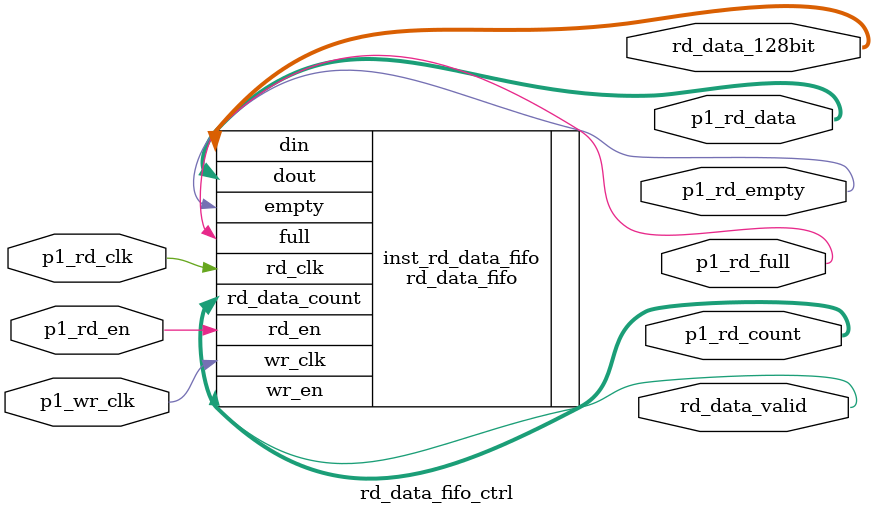
<source format=v>
`timescale 1ns / 1ps

module rd_data_fifo_ctrl(
	//user interface 
	input 	wire 			p1_rd_clk,
	input 	wire 			p1_rd_en,
	output 	wire 	[127:0]	p1_rd_data,
	output 	wire 	[6:0]	p1_rd_count,
	output 	wire 			p1_rd_empty,
	output 	wire 			p1_rd_full,
	//user connect 
	input 	wire 			p1_wr_clk,
	output 	wire 			rd_data_valid,
	output 	wire 	[127:0]	rd_data_128bit				
    );

rd_data_fifo inst_rd_data_fifo (
  .wr_clk(p1_wr_clk),                // input wire wr_clk
  .rd_clk(p1_rd_clk),                // input wire rd_clk
  .din(rd_data_128bit),                      // input wire [127 : 0] din
  .wr_en(rd_data_valid),                  // input wire wr_en
  .rd_en(p1_rd_en),                  // input wire rd_en
  .dout(p1_rd_data),                    // output wire [127 : 0] dout
  .full(p1_rd_full),                    // output wire full
  .empty(p1_rd_empty),                  // output wire empty
  .rd_data_count(p1_rd_count)  // output wire [6 : 0] rd_data_count
);
endmodule

</source>
